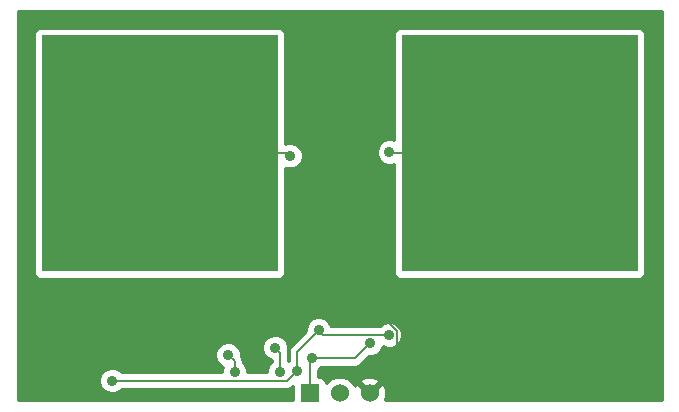
<source format=gbl>
G04 (created by PCBNEW (2013-07-07 BZR 4022)-stable) date Friday 29 November 2013 01:10:28 PM IST*
%MOIN*%
G04 Gerber Fmt 3.4, Leading zero omitted, Abs format*
%FSLAX34Y34*%
G01*
G70*
G90*
G04 APERTURE LIST*
%ADD10C,0.00590551*%
%ADD11R,0.06X0.06*%
%ADD12C,0.06*%
%ADD13R,0.787402X0.787402*%
%ADD14C,0.035*%
%ADD15C,0.006*%
%ADD16C,0.01*%
G04 APERTURE END LIST*
G54D10*
G54D11*
X26000Y-30000D03*
G54D12*
X27000Y-30000D03*
X28000Y-30000D03*
G54D13*
X21000Y-22000D03*
X33000Y-22000D03*
G54D14*
X26385Y-25688D03*
X25340Y-22085D03*
X28659Y-21967D03*
X25016Y-29285D03*
X24848Y-28478D03*
X23285Y-28722D03*
X23500Y-29292D03*
X26069Y-28840D03*
X28025Y-28321D03*
X28653Y-28055D03*
X26299Y-27900D03*
X25580Y-29248D03*
X19417Y-29579D03*
G54D15*
X26677Y-25688D02*
X26385Y-25688D01*
X28929Y-27941D02*
X26677Y-25688D01*
X28929Y-29070D02*
X28929Y-27941D01*
X28000Y-30000D02*
X28929Y-29070D01*
X25255Y-22000D02*
X25340Y-22085D01*
X21000Y-22000D02*
X25255Y-22000D01*
X28691Y-22000D02*
X28659Y-21967D01*
X33000Y-22000D02*
X28691Y-22000D01*
X25016Y-28646D02*
X24848Y-28478D01*
X25016Y-29285D02*
X25016Y-28646D01*
X23500Y-28937D02*
X23500Y-29292D01*
X23285Y-28722D02*
X23500Y-28937D01*
X26000Y-28909D02*
X26069Y-28840D01*
X26000Y-30000D02*
X26000Y-28909D01*
X27506Y-28840D02*
X28025Y-28321D01*
X26069Y-28840D02*
X27506Y-28840D01*
X26454Y-28055D02*
X28653Y-28055D01*
X26299Y-27900D02*
X26454Y-28055D01*
X25580Y-28619D02*
X26299Y-27900D01*
X25580Y-29248D02*
X25580Y-28619D01*
X25249Y-29579D02*
X19417Y-29579D01*
X25580Y-29248D02*
X25249Y-29579D01*
G54D10*
G36*
X37730Y-30230D02*
X37187Y-30230D01*
X37187Y-25887D01*
X37187Y-18013D01*
X37149Y-17921D01*
X37078Y-17851D01*
X36986Y-17813D01*
X36887Y-17812D01*
X29013Y-17812D01*
X28921Y-17850D01*
X28851Y-17921D01*
X28813Y-18013D01*
X28812Y-18112D01*
X28812Y-21570D01*
X28744Y-21542D01*
X28575Y-21542D01*
X28418Y-21606D01*
X28299Y-21726D01*
X28234Y-21882D01*
X28234Y-22051D01*
X28298Y-22207D01*
X28418Y-22327D01*
X28574Y-22392D01*
X28743Y-22392D01*
X28812Y-22363D01*
X28812Y-25986D01*
X28850Y-26078D01*
X28921Y-26148D01*
X29013Y-26186D01*
X29112Y-26187D01*
X36986Y-26187D01*
X37078Y-26149D01*
X37148Y-26078D01*
X37186Y-25986D01*
X37187Y-25887D01*
X37187Y-30230D01*
X28501Y-30230D01*
X28554Y-30081D01*
X28543Y-29863D01*
X28481Y-29712D01*
X28385Y-29684D01*
X28315Y-29755D01*
X28315Y-29614D01*
X28287Y-29518D01*
X28081Y-29445D01*
X27863Y-29456D01*
X27712Y-29518D01*
X27684Y-29614D01*
X28000Y-29929D01*
X28315Y-29614D01*
X28315Y-29755D01*
X28070Y-30000D01*
X28076Y-30005D01*
X28005Y-30076D01*
X28000Y-30070D01*
X27994Y-30076D01*
X27923Y-30005D01*
X27929Y-30000D01*
X27614Y-29684D01*
X27518Y-29712D01*
X27499Y-29767D01*
X27466Y-29688D01*
X27311Y-29534D01*
X27109Y-29450D01*
X26891Y-29449D01*
X26688Y-29533D01*
X26550Y-29672D01*
X26550Y-29650D01*
X26512Y-29558D01*
X26441Y-29488D01*
X26349Y-29450D01*
X26280Y-29449D01*
X26280Y-29213D01*
X26310Y-29200D01*
X26390Y-29120D01*
X27506Y-29120D01*
X27614Y-29098D01*
X27614Y-29098D01*
X27704Y-29038D01*
X27996Y-28746D01*
X28109Y-28746D01*
X28266Y-28681D01*
X28385Y-28562D01*
X28441Y-28427D01*
X28568Y-28480D01*
X28738Y-28480D01*
X28894Y-28416D01*
X29013Y-28296D01*
X29078Y-28140D01*
X29078Y-27971D01*
X29014Y-27815D01*
X28894Y-27695D01*
X28738Y-27630D01*
X28569Y-27630D01*
X28413Y-27695D01*
X28332Y-27775D01*
X26707Y-27775D01*
X26659Y-27660D01*
X26540Y-27540D01*
X26384Y-27475D01*
X26215Y-27475D01*
X26058Y-27540D01*
X25939Y-27659D01*
X25874Y-27815D01*
X25874Y-27929D01*
X25765Y-28038D01*
X25765Y-22001D01*
X25701Y-21844D01*
X25581Y-21725D01*
X25425Y-21660D01*
X25256Y-21660D01*
X25187Y-21688D01*
X25187Y-18013D01*
X25149Y-17921D01*
X25078Y-17851D01*
X24986Y-17813D01*
X24887Y-17812D01*
X17013Y-17812D01*
X16921Y-17850D01*
X16851Y-17921D01*
X16813Y-18013D01*
X16812Y-18112D01*
X16812Y-25986D01*
X16850Y-26078D01*
X16921Y-26148D01*
X17013Y-26186D01*
X17112Y-26187D01*
X24986Y-26187D01*
X25078Y-26149D01*
X25148Y-26078D01*
X25186Y-25986D01*
X25187Y-25887D01*
X25187Y-22481D01*
X25255Y-22510D01*
X25424Y-22510D01*
X25581Y-22445D01*
X25700Y-22326D01*
X25765Y-22170D01*
X25765Y-22001D01*
X25765Y-28038D01*
X25382Y-28421D01*
X25321Y-28512D01*
X25300Y-28619D01*
X25300Y-28927D01*
X25296Y-28931D01*
X25296Y-28646D01*
X25274Y-28539D01*
X25274Y-28539D01*
X25273Y-28537D01*
X25273Y-28394D01*
X25209Y-28238D01*
X25089Y-28118D01*
X24933Y-28053D01*
X24764Y-28053D01*
X24608Y-28118D01*
X24488Y-28237D01*
X24423Y-28393D01*
X24423Y-28562D01*
X24488Y-28719D01*
X24607Y-28838D01*
X24736Y-28892D01*
X24736Y-28963D01*
X24656Y-29043D01*
X24591Y-29200D01*
X24591Y-29299D01*
X23924Y-29299D01*
X23925Y-29207D01*
X23860Y-29051D01*
X23780Y-28970D01*
X23780Y-28937D01*
X23762Y-28848D01*
X23758Y-28830D01*
X23758Y-28830D01*
X23710Y-28757D01*
X23710Y-28757D01*
X23710Y-28638D01*
X23645Y-28482D01*
X23526Y-28362D01*
X23369Y-28297D01*
X23200Y-28297D01*
X23044Y-28362D01*
X22924Y-28481D01*
X22860Y-28637D01*
X22860Y-28806D01*
X22924Y-28963D01*
X23044Y-29082D01*
X23114Y-29112D01*
X23075Y-29207D01*
X23074Y-29299D01*
X19738Y-29299D01*
X19658Y-29219D01*
X19502Y-29154D01*
X19333Y-29154D01*
X19176Y-29218D01*
X19057Y-29338D01*
X18992Y-29494D01*
X18992Y-29663D01*
X19056Y-29819D01*
X19176Y-29939D01*
X19332Y-30004D01*
X19501Y-30004D01*
X19657Y-29939D01*
X19738Y-29859D01*
X25249Y-29859D01*
X25356Y-29838D01*
X25356Y-29838D01*
X25447Y-29777D01*
X25449Y-29775D01*
X25449Y-30230D01*
X16269Y-30230D01*
X16269Y-17269D01*
X37730Y-17269D01*
X37730Y-30230D01*
X37730Y-30230D01*
G37*
G54D16*
X37730Y-30230D02*
X37187Y-30230D01*
X37187Y-25887D01*
X37187Y-18013D01*
X37149Y-17921D01*
X37078Y-17851D01*
X36986Y-17813D01*
X36887Y-17812D01*
X29013Y-17812D01*
X28921Y-17850D01*
X28851Y-17921D01*
X28813Y-18013D01*
X28812Y-18112D01*
X28812Y-21570D01*
X28744Y-21542D01*
X28575Y-21542D01*
X28418Y-21606D01*
X28299Y-21726D01*
X28234Y-21882D01*
X28234Y-22051D01*
X28298Y-22207D01*
X28418Y-22327D01*
X28574Y-22392D01*
X28743Y-22392D01*
X28812Y-22363D01*
X28812Y-25986D01*
X28850Y-26078D01*
X28921Y-26148D01*
X29013Y-26186D01*
X29112Y-26187D01*
X36986Y-26187D01*
X37078Y-26149D01*
X37148Y-26078D01*
X37186Y-25986D01*
X37187Y-25887D01*
X37187Y-30230D01*
X28501Y-30230D01*
X28554Y-30081D01*
X28543Y-29863D01*
X28481Y-29712D01*
X28385Y-29684D01*
X28315Y-29755D01*
X28315Y-29614D01*
X28287Y-29518D01*
X28081Y-29445D01*
X27863Y-29456D01*
X27712Y-29518D01*
X27684Y-29614D01*
X28000Y-29929D01*
X28315Y-29614D01*
X28315Y-29755D01*
X28070Y-30000D01*
X28076Y-30005D01*
X28005Y-30076D01*
X28000Y-30070D01*
X27994Y-30076D01*
X27923Y-30005D01*
X27929Y-30000D01*
X27614Y-29684D01*
X27518Y-29712D01*
X27499Y-29767D01*
X27466Y-29688D01*
X27311Y-29534D01*
X27109Y-29450D01*
X26891Y-29449D01*
X26688Y-29533D01*
X26550Y-29672D01*
X26550Y-29650D01*
X26512Y-29558D01*
X26441Y-29488D01*
X26349Y-29450D01*
X26280Y-29449D01*
X26280Y-29213D01*
X26310Y-29200D01*
X26390Y-29120D01*
X27506Y-29120D01*
X27614Y-29098D01*
X27614Y-29098D01*
X27704Y-29038D01*
X27996Y-28746D01*
X28109Y-28746D01*
X28266Y-28681D01*
X28385Y-28562D01*
X28441Y-28427D01*
X28568Y-28480D01*
X28738Y-28480D01*
X28894Y-28416D01*
X29013Y-28296D01*
X29078Y-28140D01*
X29078Y-27971D01*
X29014Y-27815D01*
X28894Y-27695D01*
X28738Y-27630D01*
X28569Y-27630D01*
X28413Y-27695D01*
X28332Y-27775D01*
X26707Y-27775D01*
X26659Y-27660D01*
X26540Y-27540D01*
X26384Y-27475D01*
X26215Y-27475D01*
X26058Y-27540D01*
X25939Y-27659D01*
X25874Y-27815D01*
X25874Y-27929D01*
X25765Y-28038D01*
X25765Y-22001D01*
X25701Y-21844D01*
X25581Y-21725D01*
X25425Y-21660D01*
X25256Y-21660D01*
X25187Y-21688D01*
X25187Y-18013D01*
X25149Y-17921D01*
X25078Y-17851D01*
X24986Y-17813D01*
X24887Y-17812D01*
X17013Y-17812D01*
X16921Y-17850D01*
X16851Y-17921D01*
X16813Y-18013D01*
X16812Y-18112D01*
X16812Y-25986D01*
X16850Y-26078D01*
X16921Y-26148D01*
X17013Y-26186D01*
X17112Y-26187D01*
X24986Y-26187D01*
X25078Y-26149D01*
X25148Y-26078D01*
X25186Y-25986D01*
X25187Y-25887D01*
X25187Y-22481D01*
X25255Y-22510D01*
X25424Y-22510D01*
X25581Y-22445D01*
X25700Y-22326D01*
X25765Y-22170D01*
X25765Y-22001D01*
X25765Y-28038D01*
X25382Y-28421D01*
X25321Y-28512D01*
X25300Y-28619D01*
X25300Y-28927D01*
X25296Y-28931D01*
X25296Y-28646D01*
X25274Y-28539D01*
X25274Y-28539D01*
X25273Y-28537D01*
X25273Y-28394D01*
X25209Y-28238D01*
X25089Y-28118D01*
X24933Y-28053D01*
X24764Y-28053D01*
X24608Y-28118D01*
X24488Y-28237D01*
X24423Y-28393D01*
X24423Y-28562D01*
X24488Y-28719D01*
X24607Y-28838D01*
X24736Y-28892D01*
X24736Y-28963D01*
X24656Y-29043D01*
X24591Y-29200D01*
X24591Y-29299D01*
X23924Y-29299D01*
X23925Y-29207D01*
X23860Y-29051D01*
X23780Y-28970D01*
X23780Y-28937D01*
X23762Y-28848D01*
X23758Y-28830D01*
X23758Y-28830D01*
X23710Y-28757D01*
X23710Y-28757D01*
X23710Y-28638D01*
X23645Y-28482D01*
X23526Y-28362D01*
X23369Y-28297D01*
X23200Y-28297D01*
X23044Y-28362D01*
X22924Y-28481D01*
X22860Y-28637D01*
X22860Y-28806D01*
X22924Y-28963D01*
X23044Y-29082D01*
X23114Y-29112D01*
X23075Y-29207D01*
X23074Y-29299D01*
X19738Y-29299D01*
X19658Y-29219D01*
X19502Y-29154D01*
X19333Y-29154D01*
X19176Y-29218D01*
X19057Y-29338D01*
X18992Y-29494D01*
X18992Y-29663D01*
X19056Y-29819D01*
X19176Y-29939D01*
X19332Y-30004D01*
X19501Y-30004D01*
X19657Y-29939D01*
X19738Y-29859D01*
X25249Y-29859D01*
X25356Y-29838D01*
X25356Y-29838D01*
X25447Y-29777D01*
X25449Y-29775D01*
X25449Y-30230D01*
X16269Y-30230D01*
X16269Y-17269D01*
X37730Y-17269D01*
X37730Y-30230D01*
M02*

</source>
